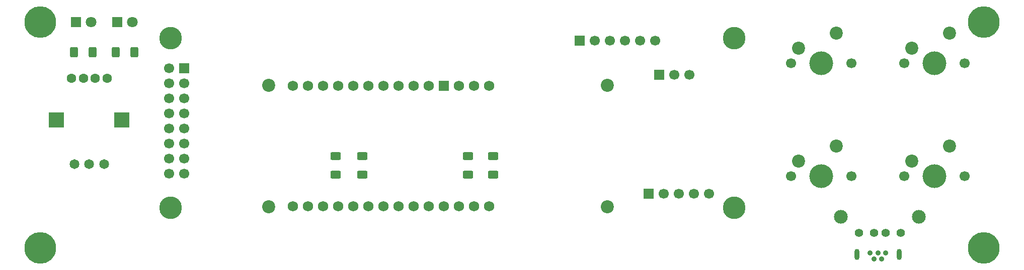
<source format=gbr>
%TF.GenerationSoftware,KiCad,Pcbnew,9.0.4-9.0.4-0~ubuntu24.04.1*%
%TF.CreationDate,2025-09-26T13:54:13-04:00*%
%TF.ProjectId,car-control,6361722d-636f-46e7-9472-6f6c2e6b6963,rev?*%
%TF.SameCoordinates,Original*%
%TF.FileFunction,Soldermask,Top*%
%TF.FilePolarity,Negative*%
%FSLAX46Y46*%
G04 Gerber Fmt 4.6, Leading zero omitted, Abs format (unit mm)*
G04 Created by KiCad (PCBNEW 9.0.4-9.0.4-0~ubuntu24.04.1) date 2025-09-26 13:54:13*
%MOMM*%
%LPD*%
G01*
G04 APERTURE LIST*
G04 Aperture macros list*
%AMRoundRect*
0 Rectangle with rounded corners*
0 $1 Rounding radius*
0 $2 $3 $4 $5 $6 $7 $8 $9 X,Y pos of 4 corners*
0 Add a 4 corners polygon primitive as box body*
4,1,4,$2,$3,$4,$5,$6,$7,$8,$9,$2,$3,0*
0 Add four circle primitives for the rounded corners*
1,1,$1+$1,$2,$3*
1,1,$1+$1,$4,$5*
1,1,$1+$1,$6,$7*
1,1,$1+$1,$8,$9*
0 Add four rect primitives between the rounded corners*
20,1,$1+$1,$2,$3,$4,$5,0*
20,1,$1+$1,$4,$5,$6,$7,0*
20,1,$1+$1,$6,$7,$8,$9,0*
20,1,$1+$1,$8,$9,$2,$3,0*%
G04 Aperture macros list end*
%ADD10R,1.700000X1.700000*%
%ADD11C,1.700000*%
%ADD12C,5.334000*%
%ADD13C,4.000000*%
%ADD14C,2.200000*%
%ADD15C,1.600000*%
%ADD16C,1.650000*%
%ADD17R,2.500000X2.500000*%
%ADD18RoundRect,0.250000X-0.625000X0.400000X-0.625000X-0.400000X0.625000X-0.400000X0.625000X0.400000X0*%
%ADD19C,3.810000*%
%ADD20RoundRect,0.250000X-0.400000X-0.625000X0.400000X-0.625000X0.400000X0.625000X-0.400000X0.625000X0*%
%ADD21R,1.800000X1.800000*%
%ADD22C,1.800000*%
%ADD23C,0.914400*%
%ADD24O,0.863600X1.854200*%
%ADD25C,2.311400*%
%ADD26C,1.422400*%
%ADD27C,1.727200*%
%ADD28R,1.727200X1.727200*%
G04 APERTURE END LIST*
D10*
%TO.C,J4*%
X180477000Y-81686000D03*
D11*
X183017000Y-81686000D03*
X185557000Y-81686000D03*
X188097000Y-81686000D03*
X190637000Y-81686000D03*
%TD*%
D12*
%TO.C,H2*%
X78105000Y-90805000D03*
%TD*%
%TO.C,H4*%
X236855000Y-90805000D03*
%TD*%
D11*
%TO.C,SW2*%
X223520000Y-59690000D03*
D13*
X228600000Y-59690000D03*
D11*
X233680000Y-59690000D03*
D14*
X231140000Y-54610000D03*
X224790000Y-57150000D03*
%TD*%
D15*
%TO.C,SW5*%
X89360000Y-62230000D03*
X87360000Y-62230000D03*
X85360000Y-62230000D03*
X83360000Y-62230000D03*
D16*
X83860000Y-76730000D03*
X88860000Y-76730000D03*
X86360000Y-76730000D03*
D17*
X80860000Y-69230000D03*
X91860000Y-69230000D03*
%TD*%
D18*
%TO.C,R1*%
X154305000Y-75375000D03*
X154305000Y-78475000D03*
%TD*%
D10*
%TO.C,U1*%
X102347500Y-60564500D03*
D11*
X99807500Y-60564500D03*
X102347500Y-63104500D03*
X99807500Y-63104500D03*
X102347500Y-65644500D03*
X99807500Y-65644500D03*
X102347500Y-68184500D03*
X99807500Y-68184500D03*
X102347500Y-70724500D03*
X99807500Y-70724500D03*
X102347500Y-73264500D03*
X99807500Y-73264500D03*
X102347500Y-75804500D03*
X99807500Y-75804500D03*
X102347500Y-78344500D03*
X99807500Y-78344500D03*
D19*
X100061500Y-55484500D03*
X100061500Y-84059500D03*
X194905100Y-55484500D03*
X194905100Y-84059500D03*
%TD*%
D20*
%TO.C,R4*%
X90805000Y-57785000D03*
X93905000Y-57785000D03*
%TD*%
D11*
%TO.C,SW1*%
X204470000Y-59690000D03*
D13*
X209550000Y-59690000D03*
D11*
X214630000Y-59690000D03*
D14*
X212090000Y-54610000D03*
X205740000Y-57150000D03*
%TD*%
D20*
%TO.C,R3*%
X83820000Y-57785000D03*
X86920000Y-57785000D03*
%TD*%
D18*
%TO.C,R2*%
X150059800Y-75375000D03*
X150059800Y-78475000D03*
%TD*%
D11*
%TO.C,SW3*%
X204470000Y-78740000D03*
D13*
X209550000Y-78740000D03*
D11*
X214630000Y-78740000D03*
D14*
X212090000Y-73660000D03*
X205740000Y-76200000D03*
%TD*%
D12*
%TO.C,H3*%
X236855000Y-52705000D03*
%TD*%
D21*
%TO.C,D1*%
X84100000Y-52705000D03*
D22*
X86640000Y-52705000D03*
%TD*%
D12*
%TO.C,H1*%
X78105000Y-52705000D03*
%TD*%
D18*
%TO.C,R5*%
X127834800Y-75375000D03*
X127834800Y-78475000D03*
%TD*%
D11*
%TO.C,SW4*%
X223520000Y-78740000D03*
D13*
X228600000Y-78740000D03*
D11*
X233680000Y-78740000D03*
D14*
X231140000Y-73660000D03*
X224790000Y-76200000D03*
%TD*%
D18*
%TO.C,R6*%
X132279800Y-75375000D03*
X132279800Y-78475000D03*
%TD*%
D21*
%TO.C,D2*%
X91090000Y-52705000D03*
D22*
X93630000Y-52705000D03*
%TD*%
D23*
%TO.C,J1*%
X217756001Y-91710000D03*
X218406002Y-92710000D03*
X219056001Y-91710000D03*
X219706000Y-92710000D03*
X220356001Y-91710000D03*
D24*
X215481002Y-91929999D03*
X222631000Y-91929999D03*
%TD*%
D10*
%TO.C,JP1*%
X182245000Y-61595000D03*
D11*
X184785000Y-61595000D03*
X187325000Y-61595000D03*
%TD*%
D10*
%TO.C,J2*%
X168910000Y-55880000D03*
D11*
X171450000Y-55880000D03*
X173990000Y-55880000D03*
X176530000Y-55880000D03*
X179070000Y-55880000D03*
X181610000Y-55880000D03*
%TD*%
D25*
%TO.C,J3*%
X212813900Y-85547200D03*
X225945700Y-85547200D03*
D26*
X215874600Y-88265000D03*
X218376500Y-88265000D03*
X220383100Y-88265000D03*
X222885000Y-88265000D03*
%TD*%
D14*
%TO.C,A1*%
X173554800Y-83910000D03*
X173554800Y-63410000D03*
X116554800Y-83910000D03*
X116554800Y-63410000D03*
D27*
X148590000Y-63500000D03*
X153670000Y-63500000D03*
X151130000Y-83820000D03*
X148590000Y-83820000D03*
X146050000Y-83820000D03*
X143510000Y-83820000D03*
X140970000Y-83820000D03*
X138430000Y-83820000D03*
X135890000Y-83820000D03*
X153670000Y-83820000D03*
X133350000Y-83820000D03*
X130810000Y-83820000D03*
X128270000Y-83820000D03*
X125730000Y-83820000D03*
X123190000Y-83820000D03*
X120650000Y-83820000D03*
X120650000Y-63500000D03*
X123190000Y-63500000D03*
X125730000Y-63500000D03*
X128270000Y-63500000D03*
X130810000Y-63500000D03*
X133350000Y-63500000D03*
X135890000Y-63500000D03*
X138430000Y-63500000D03*
X140970000Y-63500000D03*
D28*
X146050000Y-63500000D03*
D27*
X143510000Y-63500000D03*
X151130000Y-63500000D03*
%TD*%
M02*

</source>
